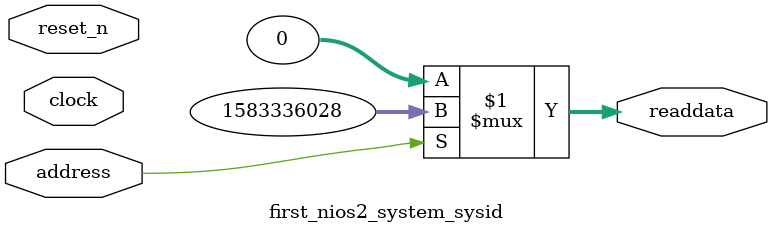
<source format=v>



// synthesis translate_off
`timescale 1ns / 1ps
// synthesis translate_on

// turn off superfluous verilog processor warnings 
// altera message_level Level1 
// altera message_off 10034 10035 10036 10037 10230 10240 10030 

module first_nios2_system_sysid (
               // inputs:
                address,
                clock,
                reset_n,

               // outputs:
                readdata
             )
;

  output  [ 31: 0] readdata;
  input            address;
  input            clock;
  input            reset_n;

  wire    [ 31: 0] readdata;
  //control_slave, which is an e_avalon_slave
  assign readdata = address ? 1583336028 : 0;

endmodule



</source>
